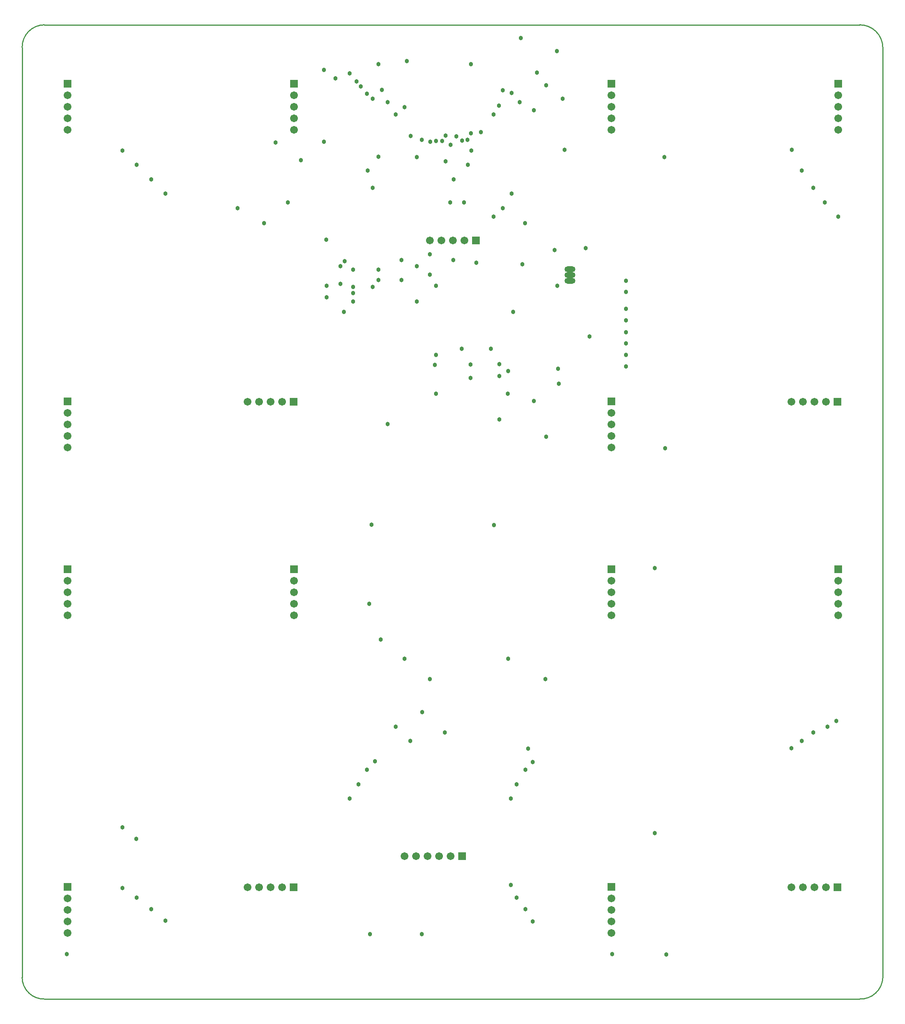
<source format=gbs>
G04*
G04 #@! TF.GenerationSoftware,Altium Limited,Altium Designer,21.0.9 (235)*
G04*
G04 Layer_Color=16711935*
%FSLAX25Y25*%
%MOIN*%
G70*
G04*
G04 #@! TF.SameCoordinates,9EEF2FA0-A7D9-48CE-A635-C582822CA6DE*
G04*
G04*
G04 #@! TF.FilePolarity,Negative*
G04*
G01*
G75*
%ADD13C,0.01000*%
%ADD43R,0.06706X0.06706*%
%ADD44C,0.06706*%
%ADD45O,0.09461X0.05131*%
%ADD46R,0.06706X0.06706*%
%ADD47C,0.03800*%
D13*
X19685Y846457D02*
G03*
X500Y826772I250J-19435D01*
G01*
X748032D02*
G03*
X727846Y846457I-19935J-250D01*
G01*
Y1000D02*
G03*
X748032Y19685I750J19435D01*
G01*
X500D02*
G03*
X19685Y1000I18935J250D01*
G01*
X748032Y374016D02*
Y826772D01*
X374016Y846457D02*
X728346D01*
X19685D02*
X374016D01*
X500Y472441D02*
Y826772D01*
X748032Y19685D02*
Y374016D01*
X374016Y1000D02*
X727846D01*
X500Y19685D02*
Y472441D01*
X19685Y1000D02*
X374016D01*
D43*
X382500Y125000D02*
D03*
X394685Y659449D02*
D03*
X708661Y97925D02*
D03*
Y519185D02*
D03*
X236220D02*
D03*
X236221Y97925D02*
D03*
D44*
X372500Y125000D02*
D03*
X362500D02*
D03*
X352500D02*
D03*
X342500D02*
D03*
X332500D02*
D03*
X354685Y659449D02*
D03*
X364685D02*
D03*
X374685D02*
D03*
X384685D02*
D03*
X698661Y97925D02*
D03*
X688661D02*
D03*
X678661D02*
D03*
X668661D02*
D03*
X512311Y88425D02*
D03*
Y78425D02*
D03*
Y68425D02*
D03*
Y58425D02*
D03*
X709161Y364016D02*
D03*
Y354016D02*
D03*
Y344016D02*
D03*
Y334016D02*
D03*
X512311Y364016D02*
D03*
Y354016D02*
D03*
Y344016D02*
D03*
Y334016D02*
D03*
X698661Y519185D02*
D03*
X688661D02*
D03*
X678661D02*
D03*
X668661D02*
D03*
X709161Y785276D02*
D03*
Y775276D02*
D03*
Y765276D02*
D03*
Y755276D02*
D03*
X236720Y785276D02*
D03*
Y775276D02*
D03*
Y765276D02*
D03*
Y755276D02*
D03*
X236720Y364016D02*
D03*
Y354016D02*
D03*
Y344016D02*
D03*
Y334016D02*
D03*
X226220Y519185D02*
D03*
X216220D02*
D03*
X206220D02*
D03*
X196221D02*
D03*
X226220Y97925D02*
D03*
X216220D02*
D03*
X206221D02*
D03*
X196221D02*
D03*
X39870Y785276D02*
D03*
Y775276D02*
D03*
Y765276D02*
D03*
Y755276D02*
D03*
Y509685D02*
D03*
Y499685D02*
D03*
Y489685D02*
D03*
Y479685D02*
D03*
X39870Y364016D02*
D03*
Y354016D02*
D03*
Y344016D02*
D03*
Y334016D02*
D03*
Y88425D02*
D03*
Y78425D02*
D03*
Y68425D02*
D03*
Y58425D02*
D03*
X512311Y509685D02*
D03*
Y499685D02*
D03*
Y489685D02*
D03*
Y479685D02*
D03*
Y785276D02*
D03*
Y775276D02*
D03*
Y765276D02*
D03*
Y755276D02*
D03*
D45*
X476393Y634357D02*
D03*
Y629357D02*
D03*
Y624357D02*
D03*
D46*
X512311Y98425D02*
D03*
X709161Y374016D02*
D03*
X512311D02*
D03*
X709161Y795276D02*
D03*
X236720D02*
D03*
X236720Y374016D02*
D03*
X39870Y795276D02*
D03*
Y519685D02*
D03*
X39870Y374016D02*
D03*
Y98425D02*
D03*
X512311Y519685D02*
D03*
Y795276D02*
D03*
D47*
X375232Y712500D02*
D03*
X669017Y737855D02*
D03*
X372404Y692500D02*
D03*
X372559Y742381D02*
D03*
X276894Y621830D02*
D03*
X291042Y797213D02*
D03*
X343275Y636887D02*
D03*
Y606260D02*
D03*
X288000Y633910D02*
D03*
Y606260D02*
D03*
X265000Y620000D02*
D03*
Y610000D02*
D03*
X288000Y613740D02*
D03*
Y619000D02*
D03*
X305000D02*
D03*
X310000Y625000D02*
D03*
Y633979D02*
D03*
X280661Y641390D02*
D03*
X276963Y636887D02*
D03*
X558275Y731725D02*
D03*
X560000Y39645D02*
D03*
X558944Y479138D02*
D03*
X512872Y40000D02*
D03*
X39323D02*
D03*
X368390Y750245D02*
D03*
X368269Y728037D02*
D03*
X310069Y732062D02*
D03*
X343275Y731725D02*
D03*
X242500Y729025D02*
D03*
X231421Y692500D02*
D03*
X294644Y793039D02*
D03*
X433542Y835000D02*
D03*
X390200Y812500D02*
D03*
X447500Y804870D02*
D03*
X377700Y749645D02*
D03*
X365232Y745513D02*
D03*
X432500Y779463D02*
D03*
X550000Y375000D02*
D03*
Y145000D02*
D03*
X87500Y150000D02*
D03*
X99727Y140000D02*
D03*
X382500Y745868D02*
D03*
X360000Y745513D02*
D03*
X354862Y744897D02*
D03*
X426963Y597500D02*
D03*
X302500Y57500D02*
D03*
X347500D02*
D03*
X493352Y575945D02*
D03*
X465308Y620000D02*
D03*
X490000Y652721D02*
D03*
X466760Y535000D02*
D03*
X466056Y548021D02*
D03*
X434897Y638623D02*
D03*
X398838Y753356D02*
D03*
X334661Y815000D02*
D03*
X415000Y552000D02*
D03*
X415000Y541830D02*
D03*
X525000Y550000D02*
D03*
Y560000D02*
D03*
Y570114D02*
D03*
Y579800D02*
D03*
Y589985D02*
D03*
Y600000D02*
D03*
Y614713D02*
D03*
Y624357D02*
D03*
X410356Y412500D02*
D03*
X304079Y412640D02*
D03*
X463110Y651063D02*
D03*
X264705Y659996D02*
D03*
X455000Y278642D02*
D03*
X354675D02*
D03*
X301874Y343937D02*
D03*
X407500Y565374D02*
D03*
X382309Y565374D02*
D03*
X359048Y551250D02*
D03*
X464981Y823543D02*
D03*
X422500Y545870D02*
D03*
X422119Y526457D02*
D03*
X390000Y540000D02*
D03*
Y551800D02*
D03*
X360090Y526457D02*
D03*
X354685Y647500D02*
D03*
Y629800D02*
D03*
X310000Y812500D02*
D03*
X313107Y790000D02*
D03*
X318037Y500000D02*
D03*
Y779228D02*
D03*
X330000Y625000D02*
D03*
X338037Y749884D02*
D03*
X330000Y642261D02*
D03*
X375000Y642500D02*
D03*
X360000Y620000D02*
D03*
Y560000D02*
D03*
X280000Y597500D02*
D03*
X422500Y296358D02*
D03*
X312007Y312913D02*
D03*
X332500Y775000D02*
D03*
Y296358D02*
D03*
X395000Y640000D02*
D03*
X410000Y768567D02*
D03*
Y680000D02*
D03*
X709161D02*
D03*
X384138Y692500D02*
D03*
X697500D02*
D03*
X305000Y782500D02*
D03*
Y705000D02*
D03*
X687500D02*
D03*
X300000Y786573D02*
D03*
X300464Y720000D02*
D03*
X677500D02*
D03*
X285000Y804306D02*
D03*
X471658Y737855D02*
D03*
X470000Y782500D02*
D03*
X455692Y794083D02*
D03*
X445000Y520000D02*
D03*
X455692Y489138D02*
D03*
X414640Y776307D02*
D03*
X418037Y687500D02*
D03*
X415000Y503838D02*
D03*
X445000Y772500D02*
D03*
X347717Y746555D02*
D03*
X347936Y250000D02*
D03*
X707500Y242500D02*
D03*
X272500Y800000D02*
D03*
X262500Y807500D02*
D03*
Y745000D02*
D03*
X325000Y768567D02*
D03*
Y237500D02*
D03*
X700000D02*
D03*
X367500Y232500D02*
D03*
X687500D02*
D03*
X337500Y225000D02*
D03*
X677500D02*
D03*
X437312Y674500D02*
D03*
X440000Y218342D02*
D03*
X668661Y218661D02*
D03*
X307087Y207500D02*
D03*
X444075Y206575D02*
D03*
Y68425D02*
D03*
X300000Y200000D02*
D03*
X437500D02*
D03*
Y78972D02*
D03*
X292500Y187500D02*
D03*
X430000D02*
D03*
Y88972D02*
D03*
X285000Y175000D02*
D03*
X425000D02*
D03*
Y100000D02*
D03*
X417856Y789800D02*
D03*
X425537Y787500D02*
D03*
Y700000D02*
D03*
X220711Y744289D02*
D03*
X210711Y674289D02*
D03*
X187500Y687500D02*
D03*
X125000Y700000D02*
D03*
Y68972D02*
D03*
X112500Y712500D02*
D03*
Y78972D02*
D03*
X387278Y746772D02*
D03*
X390537Y737500D02*
D03*
X387500Y725000D02*
D03*
X100000D02*
D03*
Y88972D02*
D03*
X390315Y752185D02*
D03*
X87500Y737500D02*
D03*
Y97500D02*
D03*
M02*

</source>
